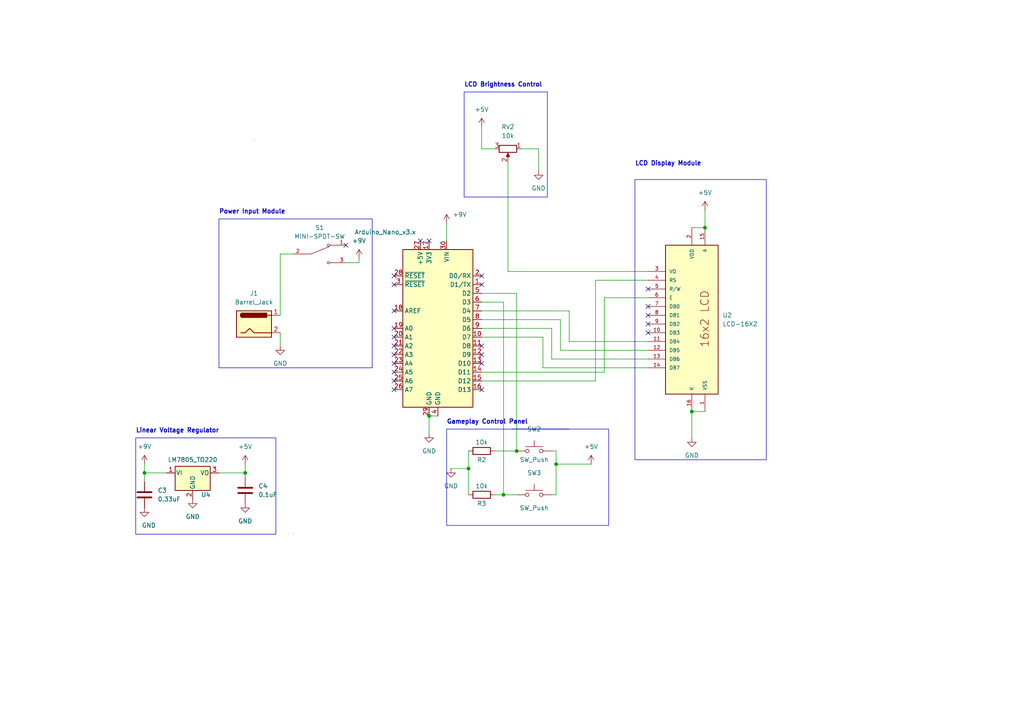
<source format=kicad_sch>
(kicad_sch (version 20230121) (generator eeschema)

  (uuid 5b7ac40d-1160-4a64-bc47-a4bd3e234c20)

  (paper "A4")

  (title_block
    (title "project team 10")
    (date "2023-10-25")
    (rev "1.0")
    (company "Portland state university ")
  )

  (lib_symbols
    (symbol "Connector:Barrel_Jack" (pin_names (offset 1.016)) (in_bom yes) (on_board yes)
      (property "Reference" "J" (at 0 5.334 0)
        (effects (font (size 1.27 1.27)))
      )
      (property "Value" "Barrel_Jack" (at 0 -5.08 0)
        (effects (font (size 1.27 1.27)))
      )
      (property "Footprint" "" (at 1.27 -1.016 0)
        (effects (font (size 1.27 1.27)) hide)
      )
      (property "Datasheet" "~" (at 1.27 -1.016 0)
        (effects (font (size 1.27 1.27)) hide)
      )
      (property "ki_keywords" "DC power barrel jack connector" (at 0 0 0)
        (effects (font (size 1.27 1.27)) hide)
      )
      (property "ki_description" "DC Barrel Jack" (at 0 0 0)
        (effects (font (size 1.27 1.27)) hide)
      )
      (property "ki_fp_filters" "BarrelJack*" (at 0 0 0)
        (effects (font (size 1.27 1.27)) hide)
      )
      (symbol "Barrel_Jack_0_1"
        (rectangle (start -5.08 3.81) (end 5.08 -3.81)
          (stroke (width 0.254) (type default))
          (fill (type background))
        )
        (arc (start -3.302 3.175) (mid -3.9343 2.54) (end -3.302 1.905)
          (stroke (width 0.254) (type default))
          (fill (type none))
        )
        (arc (start -3.302 3.175) (mid -3.9343 2.54) (end -3.302 1.905)
          (stroke (width 0.254) (type default))
          (fill (type outline))
        )
        (polyline
          (pts
            (xy 5.08 2.54)
            (xy 3.81 2.54)
          )
          (stroke (width 0.254) (type default))
          (fill (type none))
        )
        (polyline
          (pts
            (xy -3.81 -2.54)
            (xy -2.54 -2.54)
            (xy -1.27 -1.27)
            (xy 0 -2.54)
            (xy 2.54 -2.54)
            (xy 5.08 -2.54)
          )
          (stroke (width 0.254) (type default))
          (fill (type none))
        )
        (rectangle (start 3.683 3.175) (end -3.302 1.905)
          (stroke (width 0.254) (type default))
          (fill (type outline))
        )
      )
      (symbol "Barrel_Jack_1_1"
        (pin passive line (at 7.62 2.54 180) (length 2.54)
          (name "~" (effects (font (size 1.27 1.27))))
          (number "1" (effects (font (size 1.27 1.27))))
        )
        (pin passive line (at 7.62 -2.54 180) (length 2.54)
          (name "~" (effects (font (size 1.27 1.27))))
          (number "2" (effects (font (size 1.27 1.27))))
        )
      )
    )
    (symbol "Device:C" (pin_numbers hide) (pin_names (offset 0.254)) (in_bom yes) (on_board yes)
      (property "Reference" "C" (at 0.635 2.54 0)
        (effects (font (size 1.27 1.27)) (justify left))
      )
      (property "Value" "C" (at 0.635 -2.54 0)
        (effects (font (size 1.27 1.27)) (justify left))
      )
      (property "Footprint" "" (at 0.9652 -3.81 0)
        (effects (font (size 1.27 1.27)) hide)
      )
      (property "Datasheet" "~" (at 0 0 0)
        (effects (font (size 1.27 1.27)) hide)
      )
      (property "ki_keywords" "cap capacitor" (at 0 0 0)
        (effects (font (size 1.27 1.27)) hide)
      )
      (property "ki_description" "Unpolarized capacitor" (at 0 0 0)
        (effects (font (size 1.27 1.27)) hide)
      )
      (property "ki_fp_filters" "C_*" (at 0 0 0)
        (effects (font (size 1.27 1.27)) hide)
      )
      (symbol "C_0_1"
        (polyline
          (pts
            (xy -2.032 -0.762)
            (xy 2.032 -0.762)
          )
          (stroke (width 0.508) (type default))
          (fill (type none))
        )
        (polyline
          (pts
            (xy -2.032 0.762)
            (xy 2.032 0.762)
          )
          (stroke (width 0.508) (type default))
          (fill (type none))
        )
      )
      (symbol "C_1_1"
        (pin passive line (at 0 3.81 270) (length 2.794)
          (name "~" (effects (font (size 1.27 1.27))))
          (number "1" (effects (font (size 1.27 1.27))))
        )
        (pin passive line (at 0 -3.81 90) (length 2.794)
          (name "~" (effects (font (size 1.27 1.27))))
          (number "2" (effects (font (size 1.27 1.27))))
        )
      )
    )
    (symbol "Device:R" (pin_numbers hide) (pin_names (offset 0)) (in_bom yes) (on_board yes)
      (property "Reference" "R" (at 2.032 0 90)
        (effects (font (size 1.27 1.27)))
      )
      (property "Value" "R" (at 0 0 90)
        (effects (font (size 1.27 1.27)))
      )
      (property "Footprint" "" (at -1.778 0 90)
        (effects (font (size 1.27 1.27)) hide)
      )
      (property "Datasheet" "~" (at 0 0 0)
        (effects (font (size 1.27 1.27)) hide)
      )
      (property "ki_keywords" "R res resistor" (at 0 0 0)
        (effects (font (size 1.27 1.27)) hide)
      )
      (property "ki_description" "Resistor" (at 0 0 0)
        (effects (font (size 1.27 1.27)) hide)
      )
      (property "ki_fp_filters" "R_*" (at 0 0 0)
        (effects (font (size 1.27 1.27)) hide)
      )
      (symbol "R_0_1"
        (rectangle (start -1.016 -2.54) (end 1.016 2.54)
          (stroke (width 0.254) (type default))
          (fill (type none))
        )
      )
      (symbol "R_1_1"
        (pin passive line (at 0 3.81 270) (length 1.27)
          (name "~" (effects (font (size 1.27 1.27))))
          (number "1" (effects (font (size 1.27 1.27))))
        )
        (pin passive line (at 0 -3.81 90) (length 1.27)
          (name "~" (effects (font (size 1.27 1.27))))
          (number "2" (effects (font (size 1.27 1.27))))
        )
      )
    )
    (symbol "Device:R_Potentiometer" (pin_names (offset 1.016) hide) (in_bom yes) (on_board yes)
      (property "Reference" "RV" (at -4.445 0 90)
        (effects (font (size 1.27 1.27)))
      )
      (property "Value" "R_Potentiometer" (at -2.54 0 90)
        (effects (font (size 1.27 1.27)))
      )
      (property "Footprint" "" (at 0 0 0)
        (effects (font (size 1.27 1.27)) hide)
      )
      (property "Datasheet" "~" (at 0 0 0)
        (effects (font (size 1.27 1.27)) hide)
      )
      (property "ki_keywords" "resistor variable" (at 0 0 0)
        (effects (font (size 1.27 1.27)) hide)
      )
      (property "ki_description" "Potentiometer" (at 0 0 0)
        (effects (font (size 1.27 1.27)) hide)
      )
      (property "ki_fp_filters" "Potentiometer*" (at 0 0 0)
        (effects (font (size 1.27 1.27)) hide)
      )
      (symbol "R_Potentiometer_0_1"
        (polyline
          (pts
            (xy 2.54 0)
            (xy 1.524 0)
          )
          (stroke (width 0) (type default))
          (fill (type none))
        )
        (polyline
          (pts
            (xy 1.143 0)
            (xy 2.286 0.508)
            (xy 2.286 -0.508)
            (xy 1.143 0)
          )
          (stroke (width 0) (type default))
          (fill (type outline))
        )
        (rectangle (start 1.016 2.54) (end -1.016 -2.54)
          (stroke (width 0.254) (type default))
          (fill (type none))
        )
      )
      (symbol "R_Potentiometer_1_1"
        (pin passive line (at 0 3.81 270) (length 1.27)
          (name "1" (effects (font (size 1.27 1.27))))
          (number "1" (effects (font (size 1.27 1.27))))
        )
        (pin passive line (at 3.81 0 180) (length 1.27)
          (name "2" (effects (font (size 1.27 1.27))))
          (number "2" (effects (font (size 1.27 1.27))))
        )
        (pin passive line (at 0 -3.81 90) (length 1.27)
          (name "3" (effects (font (size 1.27 1.27))))
          (number "3" (effects (font (size 1.27 1.27))))
        )
      )
    )
    (symbol "LCD-16X2:LCD-16X2" (pin_names (offset 1.016)) (in_bom yes) (on_board yes)
      (property "Reference" "U2" (at 8.89 2.54 0)
        (effects (font (size 1.27 1.27)) (justify left))
      )
      (property "Value" "LCD-16X2" (at 8.89 0 0)
        (effects (font (size 1.27 1.27)) (justify left))
      )
      (property "Footprint" "Display:WC1602A" (at 0 0 0)
        (effects (font (size 1.27 1.27)) (justify bottom) hide)
      )
      (property "Datasheet" "" (at 0 0 0)
        (effects (font (size 1.27 1.27)) hide)
      )
      (property "MAXIMUM_PACKAGE_HEIGHT" "14 mm" (at 0 0 0)
        (effects (font (size 1.27 1.27)) (justify bottom) hide)
      )
      (property "MF" "Gravitech" (at 0 0 0)
        (effects (font (size 1.27 1.27)) (justify bottom) hide)
      )
      (property "Package" "None" (at 0 0 0)
        (effects (font (size 1.27 1.27)) (justify bottom) hide)
      )
      (property "Price" "None" (at 0 0 0)
        (effects (font (size 1.27 1.27)) (justify bottom) hide)
      )
      (property "Check_prices" "https://www.snapeda.com/parts/LCD-16X2/Gravitech/view-part/?ref=eda" (at 0 0 0)
        (effects (font (size 1.27 1.27)) (justify bottom) hide)
      )
      (property "STANDARD" "Manufacturer Recommendations" (at 0 0 0)
        (effects (font (size 1.27 1.27)) (justify bottom) hide)
      )
      (property "PARTREV" "N/A" (at 0 0 0)
        (effects (font (size 1.27 1.27)) (justify bottom) hide)
      )
      (property "SnapEDA_Link" "https://www.snapeda.com/parts/LCD-16X2/Gravitech/view-part/?ref=snap" (at 0 0 0)
        (effects (font (size 1.27 1.27)) (justify bottom) hide)
      )
      (property "MP" "LCD-16X2" (at 0 0 0)
        (effects (font (size 1.27 1.27)) (justify bottom) hide)
      )
      (property "Description" "\nDisplay Development Tools 16x2 Black on Green Char LCD w Backlight\n" (at 0 0 0)
        (effects (font (size 1.27 1.27)) (justify bottom) hide)
      )
      (property "Availability" "Not in stock" (at 0 0 0)
        (effects (font (size 1.27 1.27)) (justify bottom) hide)
      )
      (property "MANUFACTURER" "Gravitech" (at 0 0 0)
        (effects (font (size 1.27 1.27)) (justify bottom) hide)
      )
      (symbol "LCD-16X2_0_0"
        (rectangle (start -7.62 -20.32) (end 7.62 22.86)
          (stroke (width 0.254) (type default))
          (fill (type background))
        )
        (text "16x2 LCD" (at 5.08 -6.858 900)
          (effects (font (size 2.286 2.286)) (justify left bottom))
        )
        (pin power_in line (at 3.81 -25.4 90) (length 5.08)
          (name "VSS" (effects (font (size 1.016 1.016))))
          (number "1" (effects (font (size 1.016 1.016))))
        )
        (pin bidirectional line (at -12.7 -2.54 0) (length 5.08)
          (name "DB3" (effects (font (size 1.016 1.016))))
          (number "10" (effects (font (size 1.016 1.016))))
        )
        (pin bidirectional line (at -12.7 -5.08 0) (length 5.08)
          (name "DB4" (effects (font (size 1.016 1.016))))
          (number "11" (effects (font (size 1.016 1.016))))
        )
        (pin bidirectional line (at -12.7 -7.62 0) (length 5.08)
          (name "DB5" (effects (font (size 1.016 1.016))))
          (number "12" (effects (font (size 1.016 1.016))))
        )
        (pin bidirectional line (at -12.7 -10.16 0) (length 5.08)
          (name "DB6" (effects (font (size 1.016 1.016))))
          (number "13" (effects (font (size 1.016 1.016))))
        )
        (pin bidirectional line (at -12.7 -12.7 0) (length 5.08)
          (name "DB7" (effects (font (size 1.016 1.016))))
          (number "14" (effects (font (size 1.016 1.016))))
        )
        (pin power_in line (at 3.81 27.94 270) (length 5.08)
          (name "A" (effects (font (size 1.016 1.016))))
          (number "15" (effects (font (size 1.016 1.016))))
        )
        (pin power_in line (at 0 -25.4 90) (length 5.08)
          (name "K" (effects (font (size 1.016 1.016))))
          (number "16" (effects (font (size 1.016 1.016))))
        )
        (pin power_in line (at 0 27.94 270) (length 5.08)
          (name "VDD" (effects (font (size 1.016 1.016))))
          (number "2" (effects (font (size 1.016 1.016))))
        )
        (pin bidirectional line (at -12.7 15.24 0) (length 5.08)
          (name "VO" (effects (font (size 1.016 1.016))))
          (number "3" (effects (font (size 1.016 1.016))))
        )
        (pin input line (at -12.7 12.7 0) (length 5.08)
          (name "RS" (effects (font (size 1.016 1.016))))
          (number "4" (effects (font (size 1.016 1.016))))
        )
        (pin input line (at -12.7 10.16 0) (length 5.08)
          (name "R/W" (effects (font (size 1.016 1.016))))
          (number "5" (effects (font (size 1.016 1.016))))
        )
        (pin input line (at -12.7 7.62 0) (length 5.08)
          (name "E" (effects (font (size 1.016 1.016))))
          (number "6" (effects (font (size 1.016 1.016))))
        )
        (pin bidirectional line (at -12.7 5.08 0) (length 5.08)
          (name "DB0" (effects (font (size 1.016 1.016))))
          (number "7" (effects (font (size 1.016 1.016))))
        )
        (pin bidirectional line (at -12.7 2.54 0) (length 5.08)
          (name "DB1" (effects (font (size 1.016 1.016))))
          (number "8" (effects (font (size 1.016 1.016))))
        )
        (pin bidirectional line (at -12.7 0 0) (length 5.08)
          (name "DB2" (effects (font (size 1.016 1.016))))
          (number "9" (effects (font (size 1.016 1.016))))
        )
      )
    )
    (symbol "MCU_Module:Arduino_Nano_v3.x" (in_bom yes) (on_board yes)
      (property "Reference" "A" (at -10.16 23.495 0)
        (effects (font (size 1.27 1.27)) (justify left bottom))
      )
      (property "Value" "Arduino_Nano_v3.x" (at 5.08 -24.13 0)
        (effects (font (size 1.27 1.27)) (justify left top))
      )
      (property "Footprint" "Module:Arduino_Nano" (at 0 0 0)
        (effects (font (size 1.27 1.27) italic) hide)
      )
      (property "Datasheet" "http://www.mouser.com/pdfdocs/Gravitech_Arduino_Nano3_0.pdf" (at 0 0 0)
        (effects (font (size 1.27 1.27)) hide)
      )
      (property "ki_keywords" "Arduino nano microcontroller module USB" (at 0 0 0)
        (effects (font (size 1.27 1.27)) hide)
      )
      (property "ki_description" "Arduino Nano v3.x" (at 0 0 0)
        (effects (font (size 1.27 1.27)) hide)
      )
      (property "ki_fp_filters" "Arduino*Nano*" (at 0 0 0)
        (effects (font (size 1.27 1.27)) hide)
      )
      (symbol "Arduino_Nano_v3.x_0_1"
        (rectangle (start -10.16 22.86) (end 10.16 -22.86)
          (stroke (width 0.254) (type default))
          (fill (type background))
        )
      )
      (symbol "Arduino_Nano_v3.x_1_1"
        (pin bidirectional line (at -12.7 12.7 0) (length 2.54)
          (name "D1/TX" (effects (font (size 1.27 1.27))))
          (number "1" (effects (font (size 1.27 1.27))))
        )
        (pin bidirectional line (at -12.7 -2.54 0) (length 2.54)
          (name "D7" (effects (font (size 1.27 1.27))))
          (number "10" (effects (font (size 1.27 1.27))))
        )
        (pin bidirectional line (at -12.7 -5.08 0) (length 2.54)
          (name "D8" (effects (font (size 1.27 1.27))))
          (number "11" (effects (font (size 1.27 1.27))))
        )
        (pin bidirectional line (at -12.7 -7.62 0) (length 2.54)
          (name "D9" (effects (font (size 1.27 1.27))))
          (number "12" (effects (font (size 1.27 1.27))))
        )
        (pin bidirectional line (at -12.7 -10.16 0) (length 2.54)
          (name "D10" (effects (font (size 1.27 1.27))))
          (number "13" (effects (font (size 1.27 1.27))))
        )
        (pin bidirectional line (at -12.7 -12.7 0) (length 2.54)
          (name "D11" (effects (font (size 1.27 1.27))))
          (number "14" (effects (font (size 1.27 1.27))))
        )
        (pin bidirectional line (at -12.7 -15.24 0) (length 2.54)
          (name "D12" (effects (font (size 1.27 1.27))))
          (number "15" (effects (font (size 1.27 1.27))))
        )
        (pin bidirectional line (at -12.7 -17.78 0) (length 2.54)
          (name "D13" (effects (font (size 1.27 1.27))))
          (number "16" (effects (font (size 1.27 1.27))))
        )
        (pin power_out line (at 2.54 25.4 270) (length 2.54)
          (name "3V3" (effects (font (size 1.27 1.27))))
          (number "17" (effects (font (size 1.27 1.27))))
        )
        (pin input line (at 12.7 5.08 180) (length 2.54)
          (name "AREF" (effects (font (size 1.27 1.27))))
          (number "18" (effects (font (size 1.27 1.27))))
        )
        (pin bidirectional line (at 12.7 0 180) (length 2.54)
          (name "A0" (effects (font (size 1.27 1.27))))
          (number "19" (effects (font (size 1.27 1.27))))
        )
        (pin bidirectional line (at -12.7 15.24 0) (length 2.54)
          (name "D0/RX" (effects (font (size 1.27 1.27))))
          (number "2" (effects (font (size 1.27 1.27))))
        )
        (pin bidirectional line (at 12.7 -2.54 180) (length 2.54)
          (name "A1" (effects (font (size 1.27 1.27))))
          (number "20" (effects (font (size 1.27 1.27))))
        )
        (pin bidirectional line (at 12.7 -5.08 180) (length 2.54)
          (name "A2" (effects (font (size 1.27 1.27))))
          (number "21" (effects (font (size 1.27 1.27))))
        )
        (pin bidirectional line (at 12.7 -7.62 180) (length 2.54)
          (name "A3" (effects (font (size 1.27 1.27))))
          (number "22" (effects (font (size 1.27 1.27))))
        )
        (pin bidirectional line (at 12.7 -10.16 180) (length 2.54)
          (name "A4" (effects (font (size 1.27 1.27))))
          (number "23" (effects (font (size 1.27 1.27))))
        )
        (pin bidirectional line (at 12.7 -12.7 180) (length 2.54)
          (name "A5" (effects (font (size 1.27 1.27))))
          (number "24" (effects (font (size 1.27 1.27))))
        )
        (pin bidirectional line (at 12.7 -15.24 180) (length 2.54)
          (name "A6" (effects (font (size 1.27 1.27))))
          (number "25" (effects (font (size 1.27 1.27))))
        )
        (pin bidirectional line (at 12.7 -17.78 180) (length 2.54)
          (name "A7" (effects (font (size 1.27 1.27))))
          (number "26" (effects (font (size 1.27 1.27))))
        )
        (pin power_out line (at 5.08 25.4 270) (length 2.54)
          (name "+5V" (effects (font (size 1.27 1.27))))
          (number "27" (effects (font (size 1.27 1.27))))
        )
        (pin input line (at 12.7 15.24 180) (length 2.54)
          (name "~{RESET}" (effects (font (size 1.27 1.27))))
          (number "28" (effects (font (size 1.27 1.27))))
        )
        (pin power_in line (at 2.54 -25.4 90) (length 2.54)
          (name "GND" (effects (font (size 1.27 1.27))))
          (number "29" (effects (font (size 1.27 1.27))))
        )
        (pin input line (at 12.7 12.7 180) (length 2.54)
          (name "~{RESET}" (effects (font (size 1.27 1.27))))
          (number "3" (effects (font (size 1.27 1.27))))
        )
        (pin power_in line (at -2.54 25.4 270) (length 2.54)
          (name "VIN" (effects (font (size 1.27 1.27))))
          (number "30" (effects (font (size 1.27 1.27))))
        )
        (pin power_in line (at 0 -25.4 90) (length 2.54)
          (name "GND" (effects (font (size 1.27 1.27))))
          (number "4" (effects (font (size 1.27 1.27))))
        )
        (pin bidirectional line (at -12.7 10.16 0) (length 2.54)
          (name "D2" (effects (font (size 1.27 1.27))))
          (number "5" (effects (font (size 1.27 1.27))))
        )
        (pin bidirectional line (at -12.7 7.62 0) (length 2.54)
          (name "D3" (effects (font (size 1.27 1.27))))
          (number "6" (effects (font (size 1.27 1.27))))
        )
        (pin bidirectional line (at -12.7 5.08 0) (length 2.54)
          (name "D4" (effects (font (size 1.27 1.27))))
          (number "7" (effects (font (size 1.27 1.27))))
        )
        (pin bidirectional line (at -12.7 2.54 0) (length 2.54)
          (name "D5" (effects (font (size 1.27 1.27))))
          (number "8" (effects (font (size 1.27 1.27))))
        )
        (pin bidirectional line (at -12.7 0 0) (length 2.54)
          (name "D6" (effects (font (size 1.27 1.27))))
          (number "9" (effects (font (size 1.27 1.27))))
        )
      )
    )
    (symbol "PCM_4ms_Power-symbol:+5V" (power) (pin_names (offset 0)) (in_bom yes) (on_board yes)
      (property "Reference" "#PWR" (at 0 -3.81 0)
        (effects (font (size 1.27 1.27)) hide)
      )
      (property "Value" "+5V" (at 0 3.556 0)
        (effects (font (size 1.27 1.27)))
      )
      (property "Footprint" "" (at 0 0 0)
        (effects (font (size 1.27 1.27)) hide)
      )
      (property "Datasheet" "" (at 0 0 0)
        (effects (font (size 1.27 1.27)) hide)
      )
      (symbol "+5V_0_1"
        (polyline
          (pts
            (xy -0.762 1.27)
            (xy 0 2.54)
          )
          (stroke (width 0) (type default))
          (fill (type none))
        )
        (polyline
          (pts
            (xy 0 0)
            (xy 0 2.54)
          )
          (stroke (width 0) (type default))
          (fill (type none))
        )
        (polyline
          (pts
            (xy 0 2.54)
            (xy 0.762 1.27)
          )
          (stroke (width 0) (type default))
          (fill (type none))
        )
      )
      (symbol "+5V_1_1"
        (pin power_in line (at 0 0 90) (length 0) hide
          (name "+5V" (effects (font (size 1.27 1.27))))
          (number "1" (effects (font (size 1.27 1.27))))
        )
      )
    )
    (symbol "PCM_4ms_Power-symbol:+9V" (power) (pin_names (offset 0)) (in_bom yes) (on_board yes)
      (property "Reference" "#PWR" (at 0 -3.81 0)
        (effects (font (size 1.27 1.27)) hide)
      )
      (property "Value" "+9V" (at 0 3.556 0)
        (effects (font (size 1.27 1.27)))
      )
      (property "Footprint" "" (at 0 0 0)
        (effects (font (size 1.27 1.27)) hide)
      )
      (property "Datasheet" "" (at 0 0 0)
        (effects (font (size 1.27 1.27)) hide)
      )
      (property "ki_keywords" "power-flag" (at 0 0 0)
        (effects (font (size 1.27 1.27)) hide)
      )
      (property "ki_description" "Power symbol creates a global label with name \"+9V\"" (at 0 0 0)
        (effects (font (size 1.27 1.27)) hide)
      )
      (symbol "+9V_0_1"
        (polyline
          (pts
            (xy -0.762 1.27)
            (xy 0 2.54)
          )
          (stroke (width 0) (type default))
          (fill (type none))
        )
        (polyline
          (pts
            (xy 0 0)
            (xy 0 2.54)
          )
          (stroke (width 0) (type default))
          (fill (type none))
        )
        (polyline
          (pts
            (xy 0 2.54)
            (xy 0.762 1.27)
          )
          (stroke (width 0) (type default))
          (fill (type none))
        )
      )
      (symbol "+9V_1_1"
        (pin power_in line (at 0 0 90) (length 0) hide
          (name "+9V" (effects (font (size 1.27 1.27))))
          (number "1" (effects (font (size 1.27 1.27))))
        )
      )
    )
    (symbol "PCM_4ms_Power-symbol:GND" (power) (pin_names (offset 0)) (in_bom yes) (on_board yes)
      (property "Reference" "#PWR" (at 0 -6.35 0)
        (effects (font (size 1.27 1.27)) hide)
      )
      (property "Value" "GND" (at 0 -3.81 0)
        (effects (font (size 1.27 1.27)))
      )
      (property "Footprint" "" (at 0 0 0)
        (effects (font (size 1.27 1.27)) hide)
      )
      (property "Datasheet" "" (at 0 0 0)
        (effects (font (size 1.27 1.27)) hide)
      )
      (symbol "GND_0_1"
        (polyline
          (pts
            (xy 0 0)
            (xy 0 -1.27)
            (xy 1.27 -1.27)
            (xy 0 -2.54)
            (xy -1.27 -1.27)
            (xy 0 -1.27)
          )
          (stroke (width 0) (type default))
          (fill (type none))
        )
      )
      (symbol "GND_1_1"
        (pin power_in line (at 0 0 270) (length 0) hide
          (name "GND" (effects (font (size 1.27 1.27))))
          (number "1" (effects (font (size 1.27 1.27))))
        )
      )
    )
    (symbol "Regulator_Linear:LM7805_TO220" (pin_names (offset 0.254)) (in_bom yes) (on_board yes)
      (property "Reference" "U" (at -3.81 3.175 0)
        (effects (font (size 1.27 1.27)))
      )
      (property "Value" "LM7805_TO220" (at 0 3.175 0)
        (effects (font (size 1.27 1.27)) (justify left))
      )
      (property "Footprint" "Package_TO_SOT_THT:TO-220-3_Vertical" (at 0 5.715 0)
        (effects (font (size 1.27 1.27) italic) hide)
      )
      (property "Datasheet" "https://www.onsemi.cn/PowerSolutions/document/MC7800-D.PDF" (at 0 -1.27 0)
        (effects (font (size 1.27 1.27)) hide)
      )
      (property "ki_keywords" "Voltage Regulator 1A Positive" (at 0 0 0)
        (effects (font (size 1.27 1.27)) hide)
      )
      (property "ki_description" "Positive 1A 35V Linear Regulator, Fixed Output 5V, TO-220" (at 0 0 0)
        (effects (font (size 1.27 1.27)) hide)
      )
      (property "ki_fp_filters" "TO?220*" (at 0 0 0)
        (effects (font (size 1.27 1.27)) hide)
      )
      (symbol "LM7805_TO220_0_1"
        (rectangle (start -5.08 1.905) (end 5.08 -5.08)
          (stroke (width 0.254) (type default))
          (fill (type background))
        )
      )
      (symbol "LM7805_TO220_1_1"
        (pin power_in line (at -7.62 0 0) (length 2.54)
          (name "VI" (effects (font (size 1.27 1.27))))
          (number "1" (effects (font (size 1.27 1.27))))
        )
        (pin power_in line (at 0 -7.62 90) (length 2.54)
          (name "GND" (effects (font (size 1.27 1.27))))
          (number "2" (effects (font (size 1.27 1.27))))
        )
        (pin power_out line (at 7.62 0 180) (length 2.54)
          (name "VO" (effects (font (size 1.27 1.27))))
          (number "3" (effects (font (size 1.27 1.27))))
        )
      )
    )
    (symbol "SW_MINI_SPDT_SW:MINI-SPDT-SW" (pin_names (offset 1.016)) (in_bom yes) (on_board yes)
      (property "Reference" "S" (at -2.54 5.08 0)
        (effects (font (size 1.27 1.27)) (justify left bottom))
      )
      (property "Value" "MINI-SPDT-SW" (at -2.54 -5.08 0)
        (effects (font (size 1.27 1.27)) (justify left top))
      )
      (property "Footprint" "MINI-SPDT-SW:SW_MINI-SPDT-SW" (at 0 0 0)
        (effects (font (size 1.27 1.27)) (justify bottom) hide)
      )
      (property "Datasheet" "" (at 0 0 0)
        (effects (font (size 1.27 1.27)) hide)
      )
      (property "MF" "Gravitech" (at 0 0 0)
        (effects (font (size 1.27 1.27)) (justify bottom) hide)
      )
      (property "Description" "\nSlide Switches MINI SPDT SWITCH\n" (at 0 0 0)
        (effects (font (size 1.27 1.27)) (justify bottom) hide)
      )
      (property "Package" "None" (at 0 0 0)
        (effects (font (size 1.27 1.27)) (justify bottom) hide)
      )
      (property "Price" "None" (at 0 0 0)
        (effects (font (size 1.27 1.27)) (justify bottom) hide)
      )
      (property "Check_prices" "https://www.snapeda.com/parts/MINI-SPDT-SW/Gravitech/view-part/?ref=eda" (at 0 0 0)
        (effects (font (size 1.27 1.27)) (justify bottom) hide)
      )
      (property "STANDARD" "Manufacturer Recommendations" (at 0 0 0)
        (effects (font (size 1.27 1.27)) (justify bottom) hide)
      )
      (property "PARTREV" "C" (at 0 0 0)
        (effects (font (size 1.27 1.27)) (justify bottom) hide)
      )
      (property "SnapEDA_Link" "https://www.snapeda.com/parts/MINI-SPDT-SW/Gravitech/view-part/?ref=snap" (at 0 0 0)
        (effects (font (size 1.27 1.27)) (justify bottom) hide)
      )
      (property "MP" "MINI-SPDT-SW" (at 0 0 0)
        (effects (font (size 1.27 1.27)) (justify bottom) hide)
      )
      (property "Availability" "In Stock" (at 0 0 0)
        (effects (font (size 1.27 1.27)) (justify bottom) hide)
      )
      (property "MANUFACTURER" "GRAVITECH" (at 0 0 0)
        (effects (font (size 1.27 1.27)) (justify bottom) hide)
      )
      (symbol "MINI-SPDT-SW_0_0"
        (polyline
          (pts
            (xy -2.54 0)
            (xy -5.08 0)
          )
          (stroke (width 0.1524) (type default))
          (fill (type none))
        )
        (polyline
          (pts
            (xy -2.54 0)
            (xy 2.794 2.1336)
          )
          (stroke (width 0.1524) (type default))
          (fill (type none))
        )
        (polyline
          (pts
            (xy 5.08 -2.54)
            (xy 2.921 -2.54)
          )
          (stroke (width 0.1524) (type default))
          (fill (type none))
        )
        (polyline
          (pts
            (xy 5.08 2.54)
            (xy 2.921 2.54)
          )
          (stroke (width 0.1524) (type default))
          (fill (type none))
        )
        (circle (center 2.54 -2.54) (radius 0.3302)
          (stroke (width 0.1524) (type default))
          (fill (type none))
        )
        (circle (center 2.54 2.54) (radius 0.3302)
          (stroke (width 0.1524) (type default))
          (fill (type none))
        )
        (pin passive line (at 7.62 2.54 180) (length 2.54)
          (name "~" (effects (font (size 1.016 1.016))))
          (number "1" (effects (font (size 1.016 1.016))))
        )
        (pin passive line (at -7.62 0 0) (length 2.54)
          (name "~" (effects (font (size 1.016 1.016))))
          (number "2" (effects (font (size 1.016 1.016))))
        )
        (pin passive line (at 7.62 -2.54 180) (length 2.54)
          (name "~" (effects (font (size 1.016 1.016))))
          (number "3" (effects (font (size 1.016 1.016))))
        )
      )
    )
    (symbol "Switch:SW_Push" (pin_numbers hide) (pin_names (offset 1.016) hide) (in_bom yes) (on_board yes)
      (property "Reference" "SW" (at 1.27 2.54 0)
        (effects (font (size 1.27 1.27)) (justify left))
      )
      (property "Value" "SW_Push" (at 0 -1.524 0)
        (effects (font (size 1.27 1.27)))
      )
      (property "Footprint" "" (at 0 5.08 0)
        (effects (font (size 1.27 1.27)) hide)
      )
      (property "Datasheet" "~" (at 0 5.08 0)
        (effects (font (size 1.27 1.27)) hide)
      )
      (property "ki_keywords" "switch normally-open pushbutton push-button" (at 0 0 0)
        (effects (font (size 1.27 1.27)) hide)
      )
      (property "ki_description" "Push button switch, generic, two pins" (at 0 0 0)
        (effects (font (size 1.27 1.27)) hide)
      )
      (symbol "SW_Push_0_1"
        (circle (center -2.032 0) (radius 0.508)
          (stroke (width 0) (type default))
          (fill (type none))
        )
        (polyline
          (pts
            (xy 0 1.27)
            (xy 0 3.048)
          )
          (stroke (width 0) (type default))
          (fill (type none))
        )
        (polyline
          (pts
            (xy 2.54 1.27)
            (xy -2.54 1.27)
          )
          (stroke (width 0) (type default))
          (fill (type none))
        )
        (circle (center 2.032 0) (radius 0.508)
          (stroke (width 0) (type default))
          (fill (type none))
        )
        (pin passive line (at -5.08 0 0) (length 2.54)
          (name "1" (effects (font (size 1.27 1.27))))
          (number "1" (effects (font (size 1.27 1.27))))
        )
        (pin passive line (at 5.08 0 180) (length 2.54)
          (name "2" (effects (font (size 1.27 1.27))))
          (number "2" (effects (font (size 1.27 1.27))))
        )
      )
    )
    (symbol "power:GND" (power) (pin_names (offset 0)) (in_bom yes) (on_board yes)
      (property "Reference" "#PWR" (at 0 -6.35 0)
        (effects (font (size 1.27 1.27)) hide)
      )
      (property "Value" "GND" (at 0 -3.81 0)
        (effects (font (size 1.27 1.27)))
      )
      (property "Footprint" "" (at 0 0 0)
        (effects (font (size 1.27 1.27)) hide)
      )
      (property "Datasheet" "" (at 0 0 0)
        (effects (font (size 1.27 1.27)) hide)
      )
      (property "ki_keywords" "global power" (at 0 0 0)
        (effects (font (size 1.27 1.27)) hide)
      )
      (property "ki_description" "Power symbol creates a global label with name \"GND\" , ground" (at 0 0 0)
        (effects (font (size 1.27 1.27)) hide)
      )
      (symbol "GND_0_1"
        (polyline
          (pts
            (xy 0 0)
            (xy 0 -1.27)
            (xy 1.27 -1.27)
            (xy 0 -2.54)
            (xy -1.27 -1.27)
            (xy 0 -1.27)
          )
          (stroke (width 0) (type default))
          (fill (type none))
        )
      )
      (symbol "GND_1_1"
        (pin power_in line (at 0 0 270) (length 0) hide
          (name "GND" (effects (font (size 1.27 1.27))))
          (number "1" (effects (font (size 1.27 1.27))))
        )
      )
    )
  )

  (junction (at 124.46 120.65) (diameter 0) (color 0 0 0 0)
    (uuid 3af8ca47-245e-4c75-9b00-413080226e1c)
  )
  (junction (at 41.91 137.16) (diameter 0) (color 0 0 0 0)
    (uuid 63897241-3ed1-4959-88eb-c17f6ba5818d)
  )
  (junction (at 71.12 137.16) (diameter 0) (color 0 0 0 0)
    (uuid 6bb8320c-96ce-4949-8780-8aff8adb8b33)
  )
  (junction (at 204.47 66.04) (diameter 0) (color 0 0 0 0)
    (uuid 79ccd459-8227-4f8a-ad01-22c92671de9c)
  )
  (junction (at 149.86 130.81) (diameter 0) (color 0 0 0 0)
    (uuid 7a4a4b43-c99a-43dd-9598-78a410369381)
  )
  (junction (at 200.66 119.38) (diameter 0) (color 0 0 0 0)
    (uuid 823af12a-c772-4838-a108-cde9d2f6cba5)
  )
  (junction (at 146.05 143.51) (diameter 0) (color 0 0 0 0)
    (uuid a66c7a80-f8a2-4228-b64b-8b0b8af2f198)
  )
  (junction (at 135.89 135.89) (diameter 0) (color 0 0 0 0)
    (uuid a9e9a304-3b6f-4991-a55b-abf26c6fefd0)
  )
  (junction (at 161.29 134.62) (diameter 0) (color 0 0 0 0)
    (uuid d584fb8b-d00f-40ac-8239-3ceb5f00df99)
  )

  (no_connect (at 114.3 107.95) (uuid 1aab5b34-64fb-42b7-82fa-cf0ffece17eb))
  (no_connect (at 187.96 93.98) (uuid 2919b207-8906-4a69-9409-4080885bd79d))
  (no_connect (at 114.3 95.25) (uuid 299942d2-f49e-4f21-9356-2f90c4f50907))
  (no_connect (at 187.96 88.9) (uuid 461a08ea-c7dc-4630-a521-e2cae99cc234))
  (no_connect (at 187.96 83.82) (uuid 487ca052-90d7-4a3c-935a-1ef5cf4ce1a2))
  (no_connect (at 114.3 102.87) (uuid 4acac3ac-31ee-467f-8408-b118bf07a950))
  (no_connect (at 114.3 90.17) (uuid 5541ce1d-9d26-4d9d-8d36-67ea5b2da319))
  (no_connect (at 139.7 100.33) (uuid 5cebba92-5f60-49cb-bd9a-518476a89feb))
  (no_connect (at 187.96 96.52) (uuid 610fd315-c14c-46fa-8e56-50982fb5811b))
  (no_connect (at 114.3 105.41) (uuid 615878a8-4c6c-4e7d-acc2-8d1a7c7d55e7))
  (no_connect (at 139.7 102.87) (uuid 6b73b9b4-2122-40ef-a8c0-34b61030aef6))
  (no_connect (at 114.3 80.01) (uuid 6d636442-3977-4050-9cd0-be9dbe658493))
  (no_connect (at 114.3 82.55) (uuid 73763e7b-a290-446a-8817-65743a0b24d6))
  (no_connect (at 187.96 91.44) (uuid 7aafae43-bfe8-403e-a3a1-6bbd855016ae))
  (no_connect (at 114.3 97.79) (uuid 7f9608f7-a37c-4568-9db9-4506195f993b))
  (no_connect (at 114.3 110.49) (uuid 9a48aefc-dcc1-45c5-9b84-9bd58d5b0170))
  (no_connect (at 139.7 80.01) (uuid 9e9b4c70-3b08-4376-8714-9d3cd2dc402a))
  (no_connect (at 100.33 71.12) (uuid a7eac072-2f32-448d-b4ae-98a254b4dd93))
  (no_connect (at 139.7 113.03) (uuid b2a52e85-3d07-4193-bdd6-d02eeb6dd30a))
  (no_connect (at 124.46 69.85) (uuid b471439f-2f4c-44c5-b494-ea5f613c98c1))
  (no_connect (at 139.7 82.55) (uuid cafdd881-dabf-4378-9d03-68da32c30546))
  (no_connect (at 114.3 113.03) (uuid cf994c67-74ba-4ea7-89bf-2aa135c08a74))
  (no_connect (at 114.3 100.33) (uuid d6ece576-d6f3-4f50-a75f-a2af9f497f37))
  (no_connect (at 139.7 105.41) (uuid dbca2563-9560-4fe7-bf65-2ce533e10f3a))
  (no_connect (at 121.92 69.85) (uuid ee0349e8-97e7-48e8-af75-d5f8aeb214de))

  (wire (pts (xy 165.1 99.06) (xy 187.96 99.06))
    (stroke (width 0) (type default))
    (uuid 079f4bb4-d556-4809-91d4-407578415203)
  )
  (wire (pts (xy 81.28 73.66) (xy 85.09 73.66))
    (stroke (width 0) (type default))
    (uuid 08d22a02-4b58-479e-a29d-1b4cc11f75b1)
  )
  (wire (pts (xy 160.02 95.25) (xy 139.7 95.25))
    (stroke (width 0) (type default))
    (uuid 0c1482c9-a3b2-4f8c-96c3-74930a2b2f15)
  )
  (wire (pts (xy 41.91 134.62) (xy 41.91 137.16))
    (stroke (width 0) (type default))
    (uuid 17747995-13f1-457f-993c-05cd71653af2)
  )
  (wire (pts (xy 135.89 135.89) (xy 135.89 143.51))
    (stroke (width 0) (type default))
    (uuid 183fa1bd-8b10-4a43-a36a-55d3e1a17c1f)
  )
  (wire (pts (xy 139.7 36.83) (xy 139.7 43.18))
    (stroke (width 0) (type default))
    (uuid 189b783d-1010-40e2-99ce-6faf2f29f0d8)
  )
  (wire (pts (xy 157.48 106.68) (xy 157.48 97.79))
    (stroke (width 0) (type default))
    (uuid 18b0d7ab-5348-4a33-ac5f-31943b043832)
  )
  (wire (pts (xy 157.48 106.68) (xy 187.96 106.68))
    (stroke (width 0) (type default))
    (uuid 1afeef3f-b04a-4c31-af0c-1ee5f70581bd)
  )
  (wire (pts (xy 175.26 86.36) (xy 187.96 86.36))
    (stroke (width 0) (type default))
    (uuid 1c865c94-a10d-4593-847f-e6b6f42309b5)
  )
  (wire (pts (xy 124.46 120.65) (xy 127 120.65))
    (stroke (width 0) (type default))
    (uuid 39a2eabc-fe81-4554-b7f5-c4650a38513f)
  )
  (wire (pts (xy 139.7 92.71) (xy 162.56 92.71))
    (stroke (width 0) (type default))
    (uuid 3f90288e-4cbc-4178-867c-40dbfc4b2737)
  )
  (wire (pts (xy 161.29 130.81) (xy 161.29 134.62))
    (stroke (width 0) (type default))
    (uuid 4270385e-fadf-4ef8-9234-3e3e92fa8121)
  )
  (wire (pts (xy 160.02 130.81) (xy 161.29 130.81))
    (stroke (width 0) (type default))
    (uuid 44d991b5-2c7d-488a-9044-d1a828540006)
  )
  (wire (pts (xy 175.26 107.95) (xy 175.26 86.36))
    (stroke (width 0) (type default))
    (uuid 49ac9d6e-6a45-4e56-9f6b-6a5ea7c1d5bb)
  )
  (wire (pts (xy 143.51 130.81) (xy 149.86 130.81))
    (stroke (width 0) (type default))
    (uuid 4b51bb24-8936-49c4-b78c-134a1ade7ac5)
  )
  (wire (pts (xy 160.02 143.51) (xy 161.29 143.51))
    (stroke (width 0) (type default))
    (uuid 54682786-a1d3-45d4-82b4-a46c69726cff)
  )
  (wire (pts (xy 161.29 134.62) (xy 171.45 134.62))
    (stroke (width 0) (type default))
    (uuid 60beaf7e-fe36-46f3-88fb-5fa83bfef969)
  )
  (wire (pts (xy 41.91 137.16) (xy 41.91 139.7))
    (stroke (width 0) (type default))
    (uuid 62b7bbe6-c5de-45d2-a84c-08187d0dcb8c)
  )
  (wire (pts (xy 149.86 85.09) (xy 149.86 130.81))
    (stroke (width 0) (type default))
    (uuid 63a3408f-c932-49de-9e64-41922a958cc5)
  )
  (wire (pts (xy 146.05 143.51) (xy 149.86 143.51))
    (stroke (width 0) (type default))
    (uuid 63b2df4f-3b0c-46c8-8e82-86bf48cf1569)
  )
  (wire (pts (xy 129.54 64.77) (xy 129.54 69.85))
    (stroke (width 0) (type default))
    (uuid 684b869f-51fb-48d2-932a-aec09ece66a5)
  )
  (wire (pts (xy 157.48 97.79) (xy 139.7 97.79))
    (stroke (width 0) (type default))
    (uuid 69ad9c3a-1013-4eb3-a40f-dc835377260b)
  )
  (wire (pts (xy 146.05 87.63) (xy 146.05 143.51))
    (stroke (width 0) (type default))
    (uuid 6ac41bad-08ef-4a14-9133-4dc0670d0b27)
  )
  (wire (pts (xy 160.02 104.14) (xy 160.02 95.25))
    (stroke (width 0) (type default))
    (uuid 6b8c435e-5b37-40b9-ba86-31db0f1f0f0e)
  )
  (wire (pts (xy 48.26 137.16) (xy 41.91 137.16))
    (stroke (width 0) (type default))
    (uuid 70a07078-6e9c-49ff-9b64-9e3356dee58a)
  )
  (wire (pts (xy 146.05 87.63) (xy 139.7 87.63))
    (stroke (width 0) (type default))
    (uuid 7b31e3f2-1d6d-4d30-a3a2-bc10874ec5d8)
  )
  (wire (pts (xy 130.81 135.89) (xy 135.89 135.89))
    (stroke (width 0) (type default))
    (uuid 7d2d855f-f17d-4ebd-a98d-d67df267fd9b)
  )
  (wire (pts (xy 200.66 119.38) (xy 204.47 119.38))
    (stroke (width 0) (type default))
    (uuid 7d4a0970-62fc-4071-b004-23702193bf79)
  )
  (wire (pts (xy 139.7 110.49) (xy 172.72 110.49))
    (stroke (width 0) (type default))
    (uuid 9336e198-dd62-49e3-b198-30603ead2263)
  )
  (wire (pts (xy 200.66 127) (xy 200.66 119.38))
    (stroke (width 0) (type default))
    (uuid 933f9f5e-5169-4558-896d-992bf938504e)
  )
  (wire (pts (xy 172.72 81.28) (xy 187.96 81.28))
    (stroke (width 0) (type default))
    (uuid 976975c7-5b52-4483-bb13-f61f57deb6f5)
  )
  (wire (pts (xy 162.56 101.6) (xy 187.96 101.6))
    (stroke (width 0) (type default))
    (uuid a7be41a2-8573-427f-85ea-0a2588b5b5c5)
  )
  (wire (pts (xy 135.89 130.81) (xy 135.89 135.89))
    (stroke (width 0) (type default))
    (uuid a8373165-3c53-4749-82f5-68ea93e7269b)
  )
  (wire (pts (xy 81.28 73.66) (xy 81.28 91.44))
    (stroke (width 0) (type default))
    (uuid a9971f98-725c-4450-9515-2b6d92422de4)
  )
  (wire (pts (xy 143.51 143.51) (xy 146.05 143.51))
    (stroke (width 0) (type default))
    (uuid b23ae0a6-6182-42d2-a32d-b6c82913a661)
  )
  (wire (pts (xy 156.21 43.18) (xy 151.13 43.18))
    (stroke (width 0) (type default))
    (uuid b9c90d4d-dac9-4c45-8071-ed018b467e9a)
  )
  (wire (pts (xy 172.72 110.49) (xy 172.72 81.28))
    (stroke (width 0) (type default))
    (uuid bb836f2c-a4c6-4ac0-9f28-342527b79857)
  )
  (wire (pts (xy 124.46 120.65) (xy 124.46 125.73))
    (stroke (width 0) (type default))
    (uuid bd8e0199-c50a-4e44-9bf9-a1b1feaecf60)
  )
  (wire (pts (xy 160.02 104.14) (xy 187.96 104.14))
    (stroke (width 0) (type default))
    (uuid c25ce2d0-0d20-4bdd-a54b-4a1caf9d9764)
  )
  (wire (pts (xy 147.32 78.74) (xy 187.96 78.74))
    (stroke (width 0) (type default))
    (uuid c4709228-1c65-4204-b465-c9eb22136401)
  )
  (wire (pts (xy 204.47 66.04) (xy 200.66 66.04))
    (stroke (width 0) (type default))
    (uuid c5efadb5-1b97-4dbf-98e3-60e6e7491ace)
  )
  (wire (pts (xy 139.7 107.95) (xy 175.26 107.95))
    (stroke (width 0) (type default))
    (uuid cae7735b-0ff7-4833-8bb1-75b73ea12922)
  )
  (wire (pts (xy 161.29 134.62) (xy 161.29 143.51))
    (stroke (width 0) (type default))
    (uuid ccf6acd6-db08-45ce-acc9-1804ad6de5f6)
  )
  (wire (pts (xy 156.21 49.53) (xy 156.21 43.18))
    (stroke (width 0) (type default))
    (uuid cf6405a5-fdb8-4b6b-a6d3-9e4bb3634038)
  )
  (wire (pts (xy 139.7 43.18) (xy 143.51 43.18))
    (stroke (width 0) (type default))
    (uuid cfc00a65-43d7-406f-a7b3-f2d65e0960b0)
  )
  (wire (pts (xy 104.14 74.93) (xy 104.14 76.2))
    (stroke (width 0) (type default))
    (uuid d37cb55c-ab08-4fe2-964d-60edc56e44a2)
  )
  (wire (pts (xy 71.12 137.16) (xy 71.12 138.43))
    (stroke (width 0) (type default))
    (uuid d4209d66-c1a7-46af-abdd-363a5b1496fc)
  )
  (wire (pts (xy 162.56 101.6) (xy 162.56 92.71))
    (stroke (width 0) (type default))
    (uuid d46c357e-1778-4c70-989f-3252b0bc38f3)
  )
  (wire (pts (xy 139.7 90.17) (xy 165.1 90.17))
    (stroke (width 0) (type default))
    (uuid d4e712d6-c84a-45f3-ac1a-d13d413042e3)
  )
  (wire (pts (xy 63.5 137.16) (xy 71.12 137.16))
    (stroke (width 0) (type default))
    (uuid dadbc512-53ef-4537-9c8c-9b5822c10c26)
  )
  (wire (pts (xy 149.86 85.09) (xy 139.7 85.09))
    (stroke (width 0) (type default))
    (uuid dc02cbc2-b9a2-4791-87dc-c1efbfca626d)
  )
  (wire (pts (xy 71.12 134.62) (xy 71.12 137.16))
    (stroke (width 0) (type default))
    (uuid e696dd07-c2b3-4631-96ef-269991af825f)
  )
  (wire (pts (xy 147.32 78.74) (xy 147.32 46.99))
    (stroke (width 0) (type default))
    (uuid e7a78ab3-6115-4c42-98b0-e8201b18a96a)
  )
  (wire (pts (xy 81.28 96.52) (xy 81.28 100.33))
    (stroke (width 0) (type default))
    (uuid eb07ed3d-4d1e-4af9-93b1-9b8ca6e3593b)
  )
  (wire (pts (xy 100.33 76.2) (xy 104.14 76.2))
    (stroke (width 0) (type default))
    (uuid f0744daf-ff5c-4e1b-b8f2-43131bfce1b1)
  )
  (wire (pts (xy 165.1 99.06) (xy 165.1 90.17))
    (stroke (width 0) (type default))
    (uuid f2a835b4-650d-451a-8bb8-7a301ef6e9e2)
  )
  (wire (pts (xy 204.47 60.96) (xy 204.47 66.04))
    (stroke (width 0) (type default))
    (uuid ff82b180-3cfa-4494-973f-4c2e8205ec14)
  )

  (rectangle (start 85.09 154.94) (end 85.09 154.94)
    (stroke (width 0) (type default))
    (fill (type none))
    (uuid 1d8d5125-2c40-47dc-a85a-486143e108b8)
  )
  (rectangle (start 134.62 26.67) (end 158.75 57.15)
    (stroke (width 0) (type default))
    (fill (type none))
    (uuid 27089a4c-f813-4246-beaa-445412b7b92c)
  )
  (rectangle (start 184.15 52.07) (end 222.25 133.35)
    (stroke (width 0) (type default))
    (fill (type none))
    (uuid ca8fc0c3-1967-4bfd-a398-3cf2a53c4272)
  )
  (rectangle (start 148.59 124.46) (end 165.1 124.46)
    (stroke (width 0) (type default))
    (fill (type none))
    (uuid dfd23760-45a8-4eb5-bfd9-dfb14e92a835)
  )
  (rectangle (start 63.5 63.5) (end 107.95 106.68)
    (stroke (width 0) (type default))
    (fill (type none))
    (uuid e7a70172-b6cd-4414-baa6-9b6856b7b3d5)
  )
  (rectangle (start 73.66 40.64) (end 73.66 40.64)
    (stroke (width 0) (type default))
    (fill (type none))
    (uuid f373bb1f-e5a5-4c20-b7c6-74b1c5571812)
  )
  (rectangle (start 129.54 124.46) (end 176.53 152.4)
    (stroke (width 0) (type default))
    (fill (type none))
    (uuid fd41ee1c-4dc9-4fbb-9a31-b3ffb4afa9d7)
  )

  (text_box ""
    (at 39.37 127 0) (size 40.64 27.94)
    (stroke (width 0) (type default))
    (fill (type none))
    (effects (font (size 1.27 1.27)) (justify left top))
    (uuid 8a89dd92-f388-4944-9072-4eaef976d93d)
  )

  (text "Gameplay Control Panel" (at 129.54 123.19 0)
    (effects (font (size 1.27 1.27) bold) (justify left bottom))
    (uuid 00720872-f8f1-4d06-bdad-68694f95c0d7)
  )
  (text "Power Input Module" (at 63.5 62.23 0)
    (effects (font (size 1.27 1.27) bold) (justify left bottom))
    (uuid 0c370f10-ecb5-4331-a4ab-18e02dfd13d1)
  )
  (text "LCD Brightness Control" (at 134.62 25.4 0)
    (effects (font (size 1.27 1.27) bold) (justify left bottom))
    (uuid 0c4640f2-3d02-47e9-ba4f-952e583a4c7a)
  )
  (text "LCD Display Module" (at 184.15 48.26 0)
    (effects (font (size 1.27 1.27) bold) (justify left bottom))
    (uuid 97568529-da45-4410-a714-c121c53cd057)
  )
  (text "Linear Voltage Regulator " (at 39.37 125.73 0)
    (effects (font (size 1.27 1.27) bold) (justify left bottom))
    (uuid c83585f1-e4c3-4dd1-a131-5a38a39d5eaa)
  )

  (symbol (lib_id "power:GND") (at 130.81 135.89 0) (unit 1)
    (in_bom yes) (on_board yes) (dnp no) (fields_autoplaced)
    (uuid 16123460-2217-44aa-9cdc-76e63f81b241)
    (property "Reference" "#PWR06" (at 130.81 142.24 0)
      (effects (font (size 1.27 1.27)) hide)
    )
    (property "Value" "GND" (at 130.81 140.97 0)
      (effects (font (size 1.27 1.27)))
    )
    (property "Footprint" "" (at 130.81 135.89 0)
      (effects (font (size 1.27 1.27)) hide)
    )
    (property "Datasheet" "" (at 130.81 135.89 0)
      (effects (font (size 1.27 1.27)) hide)
    )
    (pin "1" (uuid 94ad52b4-a9ef-4c5a-8823-b148150dec7b))
    (instances
      (project "project-411"
        (path "/5b7ac40d-1160-4a64-bc47-a4bd3e234c20"
          (reference "#PWR06") (unit 1)
        )
      )
    )
  )

  (symbol (lib_id "power:GND") (at 156.21 49.53 0) (unit 1)
    (in_bom yes) (on_board yes) (dnp no) (fields_autoplaced)
    (uuid 1eb4f5e1-13cb-444e-b5f6-5b24771ebe49)
    (property "Reference" "#PWR013" (at 156.21 55.88 0)
      (effects (font (size 1.27 1.27)) hide)
    )
    (property "Value" "GND" (at 156.21 54.61 0)
      (effects (font (size 1.27 1.27)))
    )
    (property "Footprint" "" (at 156.21 49.53 0)
      (effects (font (size 1.27 1.27)) hide)
    )
    (property "Datasheet" "" (at 156.21 49.53 0)
      (effects (font (size 1.27 1.27)) hide)
    )
    (pin "1" (uuid 59258759-ee11-4090-b84a-0a090332d5b0))
    (instances
      (project "project-411"
        (path "/5b7ac40d-1160-4a64-bc47-a4bd3e234c20"
          (reference "#PWR013") (unit 1)
        )
      )
    )
  )

  (symbol (lib_id "LCD-16X2:LCD-16X2") (at 200.66 93.98 0) (unit 1)
    (in_bom yes) (on_board yes) (dnp no) (fields_autoplaced)
    (uuid 1f90770f-c47e-4cd9-b523-d6e8113d9c87)
    (property "Reference" "U2" (at 209.55 91.44 0)
      (effects (font (size 1.27 1.27)) (justify left))
    )
    (property "Value" "LCD-16X2" (at 209.55 93.98 0)
      (effects (font (size 1.27 1.27)) (justify left))
    )
    (property "Footprint" "Display:WC1602A" (at 200.66 93.98 0)
      (effects (font (size 1.27 1.27)) (justify bottom) hide)
    )
    (property "Datasheet" "" (at 200.66 93.98 0)
      (effects (font (size 1.27 1.27)) hide)
    )
    (property "MF" "Gravitech" (at 200.66 93.98 0)
      (effects (font (size 1.27 1.27)) (justify bottom) hide)
    )
    (property "MAXIMUM_PACKAGE_HEIGHT" "14 mm" (at 200.66 93.98 0)
      (effects (font (size 1.27 1.27)) (justify bottom) hide)
    )
    (property "Package" "None" (at 200.66 93.98 0)
      (effects (font (size 1.27 1.27)) (justify bottom) hide)
    )
    (property "Price" "None" (at 200.66 93.98 0)
      (effects (font (size 1.27 1.27)) (justify bottom) hide)
    )
    (property "Check_prices" "https://www.snapeda.com/parts/LCD-16X2/Gravitech/view-part/?ref=eda" (at 200.66 93.98 0)
      (effects (font (size 1.27 1.27)) (justify bottom) hide)
    )
    (property "STANDARD" "Manufacturer Recommendations" (at 200.66 93.98 0)
      (effects (font (size 1.27 1.27)) (justify bottom) hide)
    )
    (property "PARTREV" "N/A" (at 200.66 93.98 0)
      (effects (font (size 1.27 1.27)) (justify bottom) hide)
    )
    (property "SnapEDA_Link" "https://www.snapeda.com/parts/LCD-16X2/Gravitech/view-part/?ref=snap" (at 200.66 93.98 0)
      (effects (font (size 1.27 1.27)) (justify bottom) hide)
    )
    (property "MP" "LCD-16X2" (at 200.66 93.98 0)
      (effects (font (size 1.27 1.27)) (justify bottom) hide)
    )
    (property "Description" "\nDisplay Development Tools 16x2 Black on Green Char LCD w Backlight\n" (at 200.66 93.98 0)
      (effects (font (size 1.27 1.27)) (justify bottom) hide)
    )
    (property "Availability" "Not in stock" (at 200.66 93.98 0)
      (effects (font (size 1.27 1.27)) (justify bottom) hide)
    )
    (property "MANUFACTURER" "Gravitech" (at 200.66 93.98 0)
      (effects (font (size 1.27 1.27)) (justify bottom) hide)
    )
    (pin "1" (uuid 16e09df8-c6b7-4fcb-946f-b17c5c661a86))
    (pin "10" (uuid 541cdbc7-afa1-4ac3-a03c-09b63436f4c2))
    (pin "11" (uuid af6e4190-b1ce-48e9-9547-f9d652426aac))
    (pin "12" (uuid e96a05a4-d535-4032-bb12-2c288b3f8b28))
    (pin "13" (uuid 5f2a4ee6-8323-41e5-a724-17b0c8ec57a1))
    (pin "14" (uuid f2089617-aa04-41ce-aaec-ef4838b29925))
    (pin "15" (uuid c2328963-e33f-4e44-b419-9d1967b499bc))
    (pin "16" (uuid e789f786-a5c8-42e8-99d2-3c086dc6f8bc))
    (pin "2" (uuid 8925e220-caf4-492a-9dcc-e2c2f2e639a0))
    (pin "3" (uuid 1d89fdc5-dacd-466a-a714-374b72aed91a))
    (pin "4" (uuid fd94b1fe-a5e8-4842-ab72-082b6bbac958))
    (pin "5" (uuid d54ab2e3-7b17-4693-9608-03237597cdee))
    (pin "6" (uuid c208132d-f367-4a61-b70b-0d75b6dd0794))
    (pin "7" (uuid dd7b7bdf-7ed4-4a9a-bb9d-54e87a2e838b))
    (pin "8" (uuid 9fbe526e-0c16-4a24-8826-e2bb2cad7d79))
    (pin "9" (uuid d7dc2ff1-746f-438a-acde-551683696367))
    (instances
      (project "project-411"
        (path "/5b7ac40d-1160-4a64-bc47-a4bd3e234c20"
          (reference "U2") (unit 1)
        )
      )
    )
  )

  (symbol (lib_id "power:GND") (at 81.28 100.33 0) (unit 1)
    (in_bom yes) (on_board yes) (dnp no) (fields_autoplaced)
    (uuid 229ebe38-cd14-4832-b9cd-0f1f63039867)
    (property "Reference" "#PWR05" (at 81.28 106.68 0)
      (effects (font (size 1.27 1.27)) hide)
    )
    (property "Value" "GND" (at 81.28 105.41 0)
      (effects (font (size 1.27 1.27)))
    )
    (property "Footprint" "" (at 81.28 100.33 0)
      (effects (font (size 1.27 1.27)) hide)
    )
    (property "Datasheet" "" (at 81.28 100.33 0)
      (effects (font (size 1.27 1.27)) hide)
    )
    (pin "1" (uuid 2c1b157d-3846-48c7-bbc2-f035b6fa2ee6))
    (instances
      (project "project-411"
        (path "/5b7ac40d-1160-4a64-bc47-a4bd3e234c20"
          (reference "#PWR05") (unit 1)
        )
      )
    )
  )

  (symbol (lib_id "Device:C") (at 71.12 142.24 0) (unit 1)
    (in_bom yes) (on_board yes) (dnp no) (fields_autoplaced)
    (uuid 3b98672e-2241-4f0a-a03b-d0ac761639fa)
    (property "Reference" "C4" (at 74.93 140.97 0)
      (effects (font (size 1.27 1.27)) (justify left))
    )
    (property "Value" "0.1uF" (at 74.93 143.51 0)
      (effects (font (size 1.27 1.27)) (justify left))
    )
    (property "Footprint" "Capacitor_THT:C_Disc_D3.0mm_W2.0mm_P2.50mm" (at 72.0852 146.05 0)
      (effects (font (size 1.27 1.27)) hide)
    )
    (property "Datasheet" "~" (at 71.12 142.24 0)
      (effects (font (size 1.27 1.27)) hide)
    )
    (pin "1" (uuid fc2b8999-99f7-4757-920e-cc6e92efa347))
    (pin "2" (uuid 87a20c20-dec5-4d36-8f5b-c72b1f09d3d8))
    (instances
      (project "project-411"
        (path "/5b7ac40d-1160-4a64-bc47-a4bd3e234c20"
          (reference "C4") (unit 1)
        )
      )
    )
  )

  (symbol (lib_id "Switch:SW_Push") (at 154.94 143.51 0) (unit 1)
    (in_bom yes) (on_board yes) (dnp no)
    (uuid 44dbeb1e-0eda-42d3-b6c6-3dbe0dccbcc7)
    (property "Reference" "SW3" (at 154.94 137.16 0)
      (effects (font (size 1.27 1.27)))
    )
    (property "Value" "SW_Push" (at 154.94 147.32 0)
      (effects (font (size 1.27 1.27)))
    )
    (property "Footprint" "Button_Switch_THT:SW_PUSH_6mm_H5mm" (at 154.94 138.43 0)
      (effects (font (size 1.27 1.27)) hide)
    )
    (property "Datasheet" "~" (at 154.94 138.43 0)
      (effects (font (size 1.27 1.27)) hide)
    )
    (pin "1" (uuid c473e236-38f8-4175-a1dd-dadef519e316))
    (pin "2" (uuid a0df567e-f27d-408c-96ae-be95f4a4d9ef))
    (instances
      (project "project-411"
        (path "/5b7ac40d-1160-4a64-bc47-a4bd3e234c20"
          (reference "SW3") (unit 1)
        )
      )
    )
  )

  (symbol (lib_id "power:GND") (at 55.88 144.78 0) (unit 1)
    (in_bom yes) (on_board yes) (dnp no) (fields_autoplaced)
    (uuid 453c0a2b-02f7-4af8-aa45-24f3430e4c6c)
    (property "Reference" "#PWR011" (at 55.88 151.13 0)
      (effects (font (size 1.27 1.27)) hide)
    )
    (property "Value" "GND" (at 55.88 149.86 0)
      (effects (font (size 1.27 1.27)))
    )
    (property "Footprint" "" (at 55.88 144.78 0)
      (effects (font (size 1.27 1.27)) hide)
    )
    (property "Datasheet" "" (at 55.88 144.78 0)
      (effects (font (size 1.27 1.27)) hide)
    )
    (pin "1" (uuid 8a0b43bd-0dad-4f00-985f-cac419558175))
    (instances
      (project "project-411"
        (path "/5b7ac40d-1160-4a64-bc47-a4bd3e234c20"
          (reference "#PWR011") (unit 1)
        )
      )
    )
  )

  (symbol (lib_id "Switch:SW_Push") (at 154.94 130.81 0) (unit 1)
    (in_bom yes) (on_board yes) (dnp no)
    (uuid 49cca2c5-57d0-44e2-93c7-416db91c3579)
    (property "Reference" "SW2" (at 154.94 124.46 0)
      (effects (font (size 1.27 1.27)))
    )
    (property "Value" "SW_Push" (at 154.94 133.35 0)
      (effects (font (size 1.27 1.27)))
    )
    (property "Footprint" "Button_Switch_THT:SW_PUSH_6mm_H5mm" (at 154.94 125.73 0)
      (effects (font (size 1.27 1.27)) hide)
    )
    (property "Datasheet" "~" (at 154.94 125.73 0)
      (effects (font (size 1.27 1.27)) hide)
    )
    (pin "1" (uuid db771c58-a04d-4b81-8105-4050e7af3703))
    (pin "2" (uuid de00585e-11e1-42bc-97af-ff41bc09bd51))
    (instances
      (project "project-411"
        (path "/5b7ac40d-1160-4a64-bc47-a4bd3e234c20"
          (reference "SW2") (unit 1)
        )
      )
    )
  )

  (symbol (lib_id "PCM_4ms_Power-symbol:+5V") (at 71.12 134.62 0) (unit 1)
    (in_bom yes) (on_board yes) (dnp no) (fields_autoplaced)
    (uuid 5a60a5f0-e8c7-41b3-a58c-b6ed2fb8b1a8)
    (property "Reference" "#PWR04" (at 71.12 138.43 0)
      (effects (font (size 1.27 1.27)) hide)
    )
    (property "Value" "+5V" (at 71.12 129.54 0)
      (effects (font (size 1.27 1.27)))
    )
    (property "Footprint" "" (at 71.12 134.62 0)
      (effects (font (size 1.27 1.27)) hide)
    )
    (property "Datasheet" "" (at 71.12 134.62 0)
      (effects (font (size 1.27 1.27)) hide)
    )
    (pin "1" (uuid d6231074-a230-47f1-8f56-012749bcf562))
    (instances
      (project "project-411"
        (path "/5b7ac40d-1160-4a64-bc47-a4bd3e234c20"
          (reference "#PWR04") (unit 1)
        )
      )
    )
  )

  (symbol (lib_id "power:GND") (at 41.91 147.32 0) (unit 1)
    (in_bom yes) (on_board yes) (dnp no)
    (uuid 89752299-bff0-4e56-8b8e-802cc42e39ee)
    (property "Reference" "#PWR010" (at 41.91 153.67 0)
      (effects (font (size 1.27 1.27)) hide)
    )
    (property "Value" "GND" (at 43.18 152.4 0)
      (effects (font (size 1.27 1.27)))
    )
    (property "Footprint" "" (at 41.91 147.32 0)
      (effects (font (size 1.27 1.27)) hide)
    )
    (property "Datasheet" "" (at 41.91 147.32 0)
      (effects (font (size 1.27 1.27)) hide)
    )
    (pin "1" (uuid bd710e49-79d8-461d-90bf-c7f40e4497de))
    (instances
      (project "project-411"
        (path "/5b7ac40d-1160-4a64-bc47-a4bd3e234c20"
          (reference "#PWR010") (unit 1)
        )
      )
    )
  )

  (symbol (lib_id "power:GND") (at 200.66 127 0) (unit 1)
    (in_bom yes) (on_board yes) (dnp no) (fields_autoplaced)
    (uuid 89967ec3-6b25-44cd-8b75-745bea201f2c)
    (property "Reference" "#PWR018" (at 200.66 133.35 0)
      (effects (font (size 1.27 1.27)) hide)
    )
    (property "Value" "GND" (at 200.66 132.08 0)
      (effects (font (size 1.27 1.27)))
    )
    (property "Footprint" "" (at 200.66 127 0)
      (effects (font (size 1.27 1.27)) hide)
    )
    (property "Datasheet" "" (at 200.66 127 0)
      (effects (font (size 1.27 1.27)) hide)
    )
    (pin "1" (uuid 9e884f3e-b265-4309-91ca-139ffd111978))
    (instances
      (project "project-411"
        (path "/5b7ac40d-1160-4a64-bc47-a4bd3e234c20"
          (reference "#PWR018") (unit 1)
        )
      )
    )
  )

  (symbol (lib_id "Device:C") (at 41.91 143.51 0) (unit 1)
    (in_bom yes) (on_board yes) (dnp no) (fields_autoplaced)
    (uuid 8c344e8a-bf2b-4c56-be6e-b3ff2ef4369f)
    (property "Reference" "C3" (at 45.72 142.24 0)
      (effects (font (size 1.27 1.27)) (justify left))
    )
    (property "Value" "0.33uF" (at 45.72 144.78 0)
      (effects (font (size 1.27 1.27)) (justify left))
    )
    (property "Footprint" "Capacitor_THT:C_Disc_D3.0mm_W2.0mm_P2.50mm" (at 42.8752 147.32 0)
      (effects (font (size 1.27 1.27)) hide)
    )
    (property "Datasheet" "~" (at 41.91 143.51 0)
      (effects (font (size 1.27 1.27)) hide)
    )
    (pin "1" (uuid fc5f2462-0324-4ed3-a466-88cf36787464))
    (pin "2" (uuid f90b3a1d-0812-43c3-b8c7-280fc90d8078))
    (instances
      (project "project-411"
        (path "/5b7ac40d-1160-4a64-bc47-a4bd3e234c20"
          (reference "C3") (unit 1)
        )
      )
    )
  )

  (symbol (lib_id "PCM_4ms_Power-symbol:+9V") (at 41.91 134.62 0) (unit 1)
    (in_bom yes) (on_board yes) (dnp no) (fields_autoplaced)
    (uuid 8c9d711e-f901-44df-8281-55742ab3c6e7)
    (property "Reference" "#PWR03" (at 41.91 138.43 0)
      (effects (font (size 1.27 1.27)) hide)
    )
    (property "Value" "+9V" (at 41.91 129.54 0)
      (effects (font (size 1.27 1.27)))
    )
    (property "Footprint" "" (at 41.91 134.62 0)
      (effects (font (size 1.27 1.27)) hide)
    )
    (property "Datasheet" "" (at 41.91 134.62 0)
      (effects (font (size 1.27 1.27)) hide)
    )
    (pin "1" (uuid 76c7215a-b582-47d1-ac1e-29d13b7e98d6))
    (instances
      (project "project-411"
        (path "/5b7ac40d-1160-4a64-bc47-a4bd3e234c20"
          (reference "#PWR03") (unit 1)
        )
      )
    )
  )

  (symbol (lib_id "Regulator_Linear:LM7805_TO220") (at 55.88 137.16 0) (unit 1)
    (in_bom yes) (on_board yes) (dnp no)
    (uuid 92714ae0-76b7-49f2-a2bd-41f767ae108f)
    (property "Reference" "U4" (at 59.69 143.51 0)
      (effects (font (size 1.27 1.27)))
    )
    (property "Value" "LM7805_TO220" (at 55.88 133.35 0)
      (effects (font (size 1.27 1.27)))
    )
    (property "Footprint" "Package_TO_SOT_THT:TO-220-3_Vertical" (at 55.88 131.445 0)
      (effects (font (size 1.27 1.27) italic) hide)
    )
    (property "Datasheet" "https://www.onsemi.cn/PowerSolutions/document/MC7800-D.PDF" (at 55.88 138.43 0)
      (effects (font (size 1.27 1.27)) hide)
    )
    (pin "1" (uuid f25e6feb-706e-43b4-a164-c9977d02ce55))
    (pin "2" (uuid 9e0808cc-f835-4e01-b488-99a3c049c18f))
    (pin "3" (uuid 4186cd82-cabc-4cdf-8400-ea9658847a25))
    (instances
      (project "project-411"
        (path "/5b7ac40d-1160-4a64-bc47-a4bd3e234c20"
          (reference "U4") (unit 1)
        )
      )
    )
  )

  (symbol (lib_id "MCU_Module:Arduino_Nano_v3.x") (at 127 95.25 0) (mirror y) (unit 1)
    (in_bom yes) (on_board yes) (dnp no)
    (uuid 9449ed5c-be1e-4053-8fe4-2ae0e2fd5c70)
    (property "Reference" "A2" (at 137.16 119.38 0)
      (effects (font (size 1.27 1.27)) (justify left) hide)
    )
    (property "Value" "Arduino_Nano_v3.x" (at 120.65 67.31 0)
      (effects (font (size 1.27 1.27)) (justify left))
    )
    (property "Footprint" "Module:Arduino_Nano" (at 127 95.25 0)
      (effects (font (size 1.27 1.27) italic) hide)
    )
    (property "Datasheet" "http://www.mouser.com/pdfdocs/Gravitech_Arduino_Nano3_0.pdf" (at 127 95.25 0)
      (effects (font (size 1.27 1.27)) hide)
    )
    (pin "1" (uuid 9c756229-8dc2-4468-aabc-39d42b1d2cf6))
    (pin "10" (uuid 31768552-271e-497c-980c-e2a56a6c3576))
    (pin "11" (uuid b9296fdb-9872-4603-bbd9-8a9ee825a996))
    (pin "12" (uuid f6142389-a213-43ed-902d-c12ef7d9ebae))
    (pin "13" (uuid 853b4a8b-75d8-4495-ab3d-6546c77adcdb))
    (pin "14" (uuid 20810ecd-fea8-4a8e-a053-64a6bf2a8c2e))
    (pin "15" (uuid 0d0343c0-ecb7-4b3f-ba5d-a7ec9eb64b2f))
    (pin "16" (uuid 187e8968-7ca5-47cb-a692-95b2934106b8))
    (pin "17" (uuid a69192b7-b092-49bf-b844-c75f5921bfd5))
    (pin "18" (uuid 2880ad3e-8dd7-4d7c-ae6e-8bf1d52b8d15))
    (pin "19" (uuid a5b6284f-5fa4-4f9a-9af9-cd30c747c64c))
    (pin "2" (uuid cfa582a8-c823-4990-9ed4-21599ea07c39))
    (pin "20" (uuid eba7df2a-6a24-47a7-bcca-8c9517ab5f14))
    (pin "21" (uuid b93d123f-8a03-43f9-894e-b59499812922))
    (pin "22" (uuid 9215b566-84f5-4c3d-b2b5-05be448cf88b))
    (pin "23" (uuid 6c6c233e-fea7-46d2-a486-bf9f26c44ff1))
    (pin "24" (uuid 30e5d4dc-f41a-4af9-94db-c2f51644223b))
    (pin "25" (uuid c3881866-549f-4308-9234-9fc6288d4efc))
    (pin "26" (uuid 38a06e37-cbba-4095-88c3-2b0f7c933354))
    (pin "27" (uuid 5fef49f0-eedb-49ad-aeff-16e14db9db6b))
    (pin "28" (uuid a6218f06-4a83-45db-827e-154fd37b057a))
    (pin "29" (uuid 50c3c9f8-efd6-47eb-a190-737b88a637aa))
    (pin "3" (uuid 667330b8-884f-40b8-97fb-2deeb68f325e))
    (pin "30" (uuid 294ebb78-77de-41e1-be38-186c9aeb42df))
    (pin "4" (uuid 0b7b2d09-259c-4aee-92ce-4eff247ffdf2))
    (pin "5" (uuid 44eb703f-eaf9-4035-98da-0675d5080137))
    (pin "6" (uuid d10dd24b-f232-49f4-814d-182f9a3c6743))
    (pin "7" (uuid f586697e-2d78-41f5-8d40-9caafb9ef090))
    (pin "8" (uuid 7d5a5bce-4d44-4a93-a665-472d2c3d07f0))
    (pin "9" (uuid 55cfc07a-a9cb-47da-b365-e9c176bc7221))
    (instances
      (project "project-411"
        (path "/5b7ac40d-1160-4a64-bc47-a4bd3e234c20"
          (reference "A2") (unit 1)
        )
      )
    )
  )

  (symbol (lib_id "PCM_4ms_Power-symbol:+9V") (at 104.14 74.93 0) (unit 1)
    (in_bom yes) (on_board yes) (dnp no) (fields_autoplaced)
    (uuid a394c0a6-d546-4630-92b3-029a93a20988)
    (property "Reference" "#PWR02" (at 104.14 78.74 0)
      (effects (font (size 1.27 1.27)) hide)
    )
    (property "Value" "+9V" (at 104.14 69.85 0)
      (effects (font (size 1.27 1.27)))
    )
    (property "Footprint" "" (at 104.14 74.93 0)
      (effects (font (size 1.27 1.27)) hide)
    )
    (property "Datasheet" "" (at 104.14 74.93 0)
      (effects (font (size 1.27 1.27)) hide)
    )
    (pin "1" (uuid 7ce106c9-2a34-4f78-b584-dd4b5e165aa0))
    (instances
      (project "project-411"
        (path "/5b7ac40d-1160-4a64-bc47-a4bd3e234c20"
          (reference "#PWR02") (unit 1)
        )
      )
    )
  )

  (symbol (lib_id "PCM_4ms_Power-symbol:+9V") (at 129.54 64.77 0) (unit 1)
    (in_bom yes) (on_board yes) (dnp no)
    (uuid a4b93fdd-2d27-4052-b9bb-a6a715734d2f)
    (property "Reference" "#PWR01" (at 129.54 68.58 0)
      (effects (font (size 1.27 1.27)) hide)
    )
    (property "Value" "+9V" (at 133.35 62.23 0)
      (effects (font (size 1.27 1.27)))
    )
    (property "Footprint" "" (at 129.54 64.77 0)
      (effects (font (size 1.27 1.27)) hide)
    )
    (property "Datasheet" "" (at 129.54 64.77 0)
      (effects (font (size 1.27 1.27)) hide)
    )
    (pin "1" (uuid bcbd6274-a43b-4b29-b304-ecd3bb871160))
    (instances
      (project "project-411"
        (path "/5b7ac40d-1160-4a64-bc47-a4bd3e234c20"
          (reference "#PWR01") (unit 1)
        )
      )
    )
  )

  (symbol (lib_id "PCM_4ms_Power-symbol:+5V") (at 139.7 36.83 0) (unit 1)
    (in_bom yes) (on_board yes) (dnp no) (fields_autoplaced)
    (uuid a94f2158-4483-4468-97d0-b10b523437a1)
    (property "Reference" "#PWR08" (at 139.7 40.64 0)
      (effects (font (size 1.27 1.27)) hide)
    )
    (property "Value" "+5V" (at 139.7 31.75 0)
      (effects (font (size 1.27 1.27)))
    )
    (property "Footprint" "" (at 139.7 36.83 0)
      (effects (font (size 1.27 1.27)) hide)
    )
    (property "Datasheet" "" (at 139.7 36.83 0)
      (effects (font (size 1.27 1.27)) hide)
    )
    (pin "1" (uuid bf23a659-f3e8-48f0-800f-ab305d4ec8b4))
    (instances
      (project "project-411"
        (path "/5b7ac40d-1160-4a64-bc47-a4bd3e234c20"
          (reference "#PWR08") (unit 1)
        )
      )
    )
  )

  (symbol (lib_id "Device:R") (at 139.7 143.51 90) (unit 1)
    (in_bom yes) (on_board yes) (dnp no)
    (uuid acf70d57-e373-4fce-864a-f1c9242434c0)
    (property "Reference" "R3" (at 139.7 146.05 90)
      (effects (font (size 1.27 1.27)))
    )
    (property "Value" "10k" (at 139.7 140.97 90)
      (effects (font (size 1.27 1.27)))
    )
    (property "Footprint" "Resistor_THT:R_Axial_DIN0207_L6.3mm_D2.5mm_P15.24mm_Horizontal" (at 139.7 145.288 90)
      (effects (font (size 1.27 1.27)) hide)
    )
    (property "Datasheet" "~" (at 139.7 143.51 0)
      (effects (font (size 1.27 1.27)) hide)
    )
    (pin "1" (uuid cf6b2a6f-b92a-4113-9761-a7fef89b956e))
    (pin "2" (uuid 74accac1-66f8-47b8-b112-14411580d650))
    (instances
      (project "project-411"
        (path "/5b7ac40d-1160-4a64-bc47-a4bd3e234c20"
          (reference "R3") (unit 1)
        )
      )
    )
  )

  (symbol (lib_id "power:GND") (at 71.12 146.05 0) (unit 1)
    (in_bom yes) (on_board yes) (dnp no) (fields_autoplaced)
    (uuid bc3f93d3-d6d9-4afa-b119-ca7a27e95483)
    (property "Reference" "#PWR012" (at 71.12 152.4 0)
      (effects (font (size 1.27 1.27)) hide)
    )
    (property "Value" "GND" (at 71.12 151.13 0)
      (effects (font (size 1.27 1.27)))
    )
    (property "Footprint" "" (at 71.12 146.05 0)
      (effects (font (size 1.27 1.27)) hide)
    )
    (property "Datasheet" "" (at 71.12 146.05 0)
      (effects (font (size 1.27 1.27)) hide)
    )
    (pin "1" (uuid 94b58526-47c3-4062-89ac-ed469a77baf5))
    (instances
      (project "project-411"
        (path "/5b7ac40d-1160-4a64-bc47-a4bd3e234c20"
          (reference "#PWR012") (unit 1)
        )
      )
    )
  )

  (symbol (lib_id "PCM_4ms_Power-symbol:+5V") (at 171.45 134.62 0) (unit 1)
    (in_bom yes) (on_board yes) (dnp no) (fields_autoplaced)
    (uuid c3b36488-d22e-404f-8509-dd0a387e0d7b)
    (property "Reference" "#PWR09" (at 171.45 138.43 0)
      (effects (font (size 1.27 1.27)) hide)
    )
    (property "Value" "+5V" (at 171.45 129.54 0)
      (effects (font (size 1.27 1.27)))
    )
    (property "Footprint" "" (at 171.45 134.62 0)
      (effects (font (size 1.27 1.27)) hide)
    )
    (property "Datasheet" "" (at 171.45 134.62 0)
      (effects (font (size 1.27 1.27)) hide)
    )
    (pin "1" (uuid 07c8b675-2ae5-4f94-9609-4e091a4aa358))
    (instances
      (project "project-411"
        (path "/5b7ac40d-1160-4a64-bc47-a4bd3e234c20"
          (reference "#PWR09") (unit 1)
        )
      )
    )
  )

  (symbol (lib_id "PCM_4ms_Power-symbol:GND") (at 124.46 125.73 0) (unit 1)
    (in_bom yes) (on_board yes) (dnp no) (fields_autoplaced)
    (uuid cdefb1d5-bac8-4db2-80d7-0d723af94465)
    (property "Reference" "#PWR015" (at 124.46 132.08 0)
      (effects (font (size 1.27 1.27)) hide)
    )
    (property "Value" "GND" (at 124.46 130.81 0)
      (effects (font (size 1.27 1.27)))
    )
    (property "Footprint" "" (at 124.46 125.73 0)
      (effects (font (size 1.27 1.27)) hide)
    )
    (property "Datasheet" "" (at 124.46 125.73 0)
      (effects (font (size 1.27 1.27)) hide)
    )
    (pin "1" (uuid d178c79b-bf3b-4d41-8450-a813bdbd317f))
    (instances
      (project "project-411"
        (path "/5b7ac40d-1160-4a64-bc47-a4bd3e234c20"
          (reference "#PWR015") (unit 1)
        )
      )
    )
  )

  (symbol (lib_id "Device:R") (at 139.7 130.81 90) (unit 1)
    (in_bom yes) (on_board yes) (dnp no)
    (uuid e56c4a6c-cad1-4a2d-a3d4-7ba0880899b4)
    (property "Reference" "R2" (at 139.7 133.35 90)
      (effects (font (size 1.27 1.27)))
    )
    (property "Value" "10k" (at 139.7 128.27 90)
      (effects (font (size 1.27 1.27)))
    )
    (property "Footprint" "Resistor_THT:R_Axial_DIN0207_L6.3mm_D2.5mm_P15.24mm_Horizontal" (at 139.7 132.588 90)
      (effects (font (size 1.27 1.27)) hide)
    )
    (property "Datasheet" "~" (at 139.7 130.81 0)
      (effects (font (size 1.27 1.27)) hide)
    )
    (pin "1" (uuid d4e1806c-6291-43fd-9d2b-ef789f193f9f))
    (pin "2" (uuid 3f929f9f-2daa-4469-adce-1caf6f50ca6c))
    (instances
      (project "project-411"
        (path "/5b7ac40d-1160-4a64-bc47-a4bd3e234c20"
          (reference "R2") (unit 1)
        )
      )
    )
  )

  (symbol (lib_id "SW_MINI_SPDT_SW:MINI-SPDT-SW") (at 92.71 73.66 0) (unit 1)
    (in_bom yes) (on_board yes) (dnp no) (fields_autoplaced)
    (uuid e65f473b-43b0-4983-a526-c27d7b839576)
    (property "Reference" "S1" (at 92.71 66.04 0)
      (effects (font (size 1.27 1.27)))
    )
    (property "Value" "MINI-SPDT-SW" (at 92.71 68.58 0)
      (effects (font (size 1.27 1.27)))
    )
    (property "Footprint" "ECE_411:SW_MINI-SPDT-SW" (at 92.71 73.66 0)
      (effects (font (size 1.27 1.27)) (justify bottom) hide)
    )
    (property "Datasheet" "" (at 92.71 73.66 0)
      (effects (font (size 1.27 1.27)) hide)
    )
    (property "MF" "Gravitech" (at 92.71 73.66 0)
      (effects (font (size 1.27 1.27)) (justify bottom) hide)
    )
    (property "Description" "\nSlide Switches MINI SPDT SWITCH\n" (at 92.71 73.66 0)
      (effects (font (size 1.27 1.27)) (justify bottom) hide)
    )
    (property "Package" "None" (at 92.71 73.66 0)
      (effects (font (size 1.27 1.27)) (justify bottom) hide)
    )
    (property "Price" "None" (at 92.71 73.66 0)
      (effects (font (size 1.27 1.27)) (justify bottom) hide)
    )
    (property "Check_prices" "https://www.snapeda.com/parts/MINI-SPDT-SW/Gravitech/view-part/?ref=eda" (at 92.71 73.66 0)
      (effects (font (size 1.27 1.27)) (justify bottom) hide)
    )
    (property "STANDARD" "Manufacturer Recommendations" (at 92.71 73.66 0)
      (effects (font (size 1.27 1.27)) (justify bottom) hide)
    )
    (property "PARTREV" "C" (at 92.71 73.66 0)
      (effects (font (size 1.27 1.27)) (justify bottom) hide)
    )
    (property "SnapEDA_Link" "https://www.snapeda.com/parts/MINI-SPDT-SW/Gravitech/view-part/?ref=snap" (at 92.71 73.66 0)
      (effects (font (size 1.27 1.27)) (justify bottom) hide)
    )
    (property "MP" "MINI-SPDT-SW" (at 92.71 73.66 0)
      (effects (font (size 1.27 1.27)) (justify bottom) hide)
    )
    (property "Availability" "In Stock" (at 92.71 73.66 0)
      (effects (font (size 1.27 1.27)) (justify bottom) hide)
    )
    (property "MANUFACTURER" "GRAVITECH" (at 92.71 73.66 0)
      (effects (font (size 1.27 1.27)) (justify bottom) hide)
    )
    (pin "1" (uuid 51b2f364-c60a-41fe-92b3-b6f3059b147e))
    (pin "2" (uuid eca64148-45d6-49c8-949d-686f0aa34de0))
    (pin "3" (uuid 7646e632-6963-4bc5-b57d-3bd8d4c8207e))
    (instances
      (project "project-411"
        (path "/5b7ac40d-1160-4a64-bc47-a4bd3e234c20"
          (reference "S1") (unit 1)
        )
      )
    )
  )

  (symbol (lib_id "PCM_4ms_Power-symbol:+5V") (at 204.47 60.96 0) (unit 1)
    (in_bom yes) (on_board yes) (dnp no) (fields_autoplaced)
    (uuid e6726a95-7781-4d13-aa01-b349e8af862b)
    (property "Reference" "#PWR016" (at 204.47 64.77 0)
      (effects (font (size 1.27 1.27)) hide)
    )
    (property "Value" "+5V" (at 204.47 55.88 0)
      (effects (font (size 1.27 1.27)))
    )
    (property "Footprint" "" (at 204.47 60.96 0)
      (effects (font (size 1.27 1.27)) hide)
    )
    (property "Datasheet" "" (at 204.47 60.96 0)
      (effects (font (size 1.27 1.27)) hide)
    )
    (pin "1" (uuid 39a9b16a-77bd-438c-a992-4533f51b5aa3))
    (instances
      (project "project-411"
        (path "/5b7ac40d-1160-4a64-bc47-a4bd3e234c20"
          (reference "#PWR016") (unit 1)
        )
      )
    )
  )

  (symbol (lib_id "Connector:Barrel_Jack") (at 73.66 93.98 0) (unit 1)
    (in_bom yes) (on_board yes) (dnp no) (fields_autoplaced)
    (uuid f158f70d-b286-41a5-a454-c1ffc4136d8b)
    (property "Reference" "J1" (at 73.66 85.09 0)
      (effects (font (size 1.27 1.27)))
    )
    (property "Value" "Barrel_Jack" (at 73.66 87.63 0)
      (effects (font (size 1.27 1.27)))
    )
    (property "Footprint" "Connector_BarrelJack:BarrelJack_Horizontal" (at 74.93 94.996 0)
      (effects (font (size 1.27 1.27)) hide)
    )
    (property "Datasheet" "~" (at 74.93 94.996 0)
      (effects (font (size 1.27 1.27)) hide)
    )
    (pin "1" (uuid 48b81eca-6bba-48fb-a8dd-32c067c931a0))
    (pin "2" (uuid 735578b1-6395-4214-a711-f28c4cce56a5))
    (instances
      (project "project-411"
        (path "/5b7ac40d-1160-4a64-bc47-a4bd3e234c20"
          (reference "J1") (unit 1)
        )
      )
    )
  )

  (symbol (lib_id "Device:R_Potentiometer") (at 147.32 43.18 270) (unit 1)
    (in_bom yes) (on_board yes) (dnp no) (fields_autoplaced)
    (uuid fdaa1f73-2e31-490f-bc83-38a41844694b)
    (property "Reference" "RV2" (at 147.32 36.83 90)
      (effects (font (size 1.27 1.27)))
    )
    (property "Value" "10k" (at 147.32 39.37 90)
      (effects (font (size 1.27 1.27)))
    )
    (property "Footprint" "Potentiometer_THT:Potentiometer_Bourns_3296W_Vertical" (at 147.32 43.18 0)
      (effects (font (size 1.27 1.27)) hide)
    )
    (property "Datasheet" "~" (at 147.32 43.18 0)
      (effects (font (size 1.27 1.27)) hide)
    )
    (pin "1" (uuid 0a7247e9-8292-40a7-9f80-3cad52207c2a))
    (pin "2" (uuid 3571f8bf-f7ae-489a-b76a-bd310fe36a70))
    (pin "3" (uuid 0b74e26e-e29f-4ff7-a670-0fa5720da16b))
    (instances
      (project "project-411"
        (path "/5b7ac40d-1160-4a64-bc47-a4bd3e234c20"
          (reference "RV2") (unit 1)
        )
      )
    )
  )

  (sheet_instances
    (path "/" (page "1"))
  )
)

</source>
